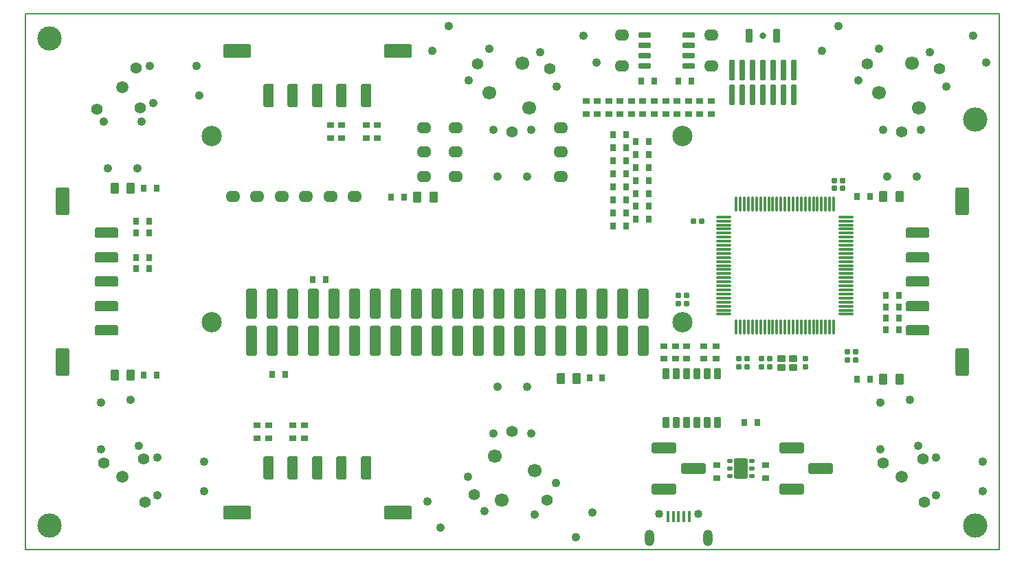
<source format=gbs>
G04*
G04 #@! TF.GenerationSoftware,Altium Limited,Altium Designer,19.0.10 (269)*
G04*
G04 Layer_Color=16711935*
%FSLAX44Y44*%
%MOMM*%
G71*
G01*
G75*
%ADD14C,0.2000*%
%ADD16C,1.7000*%
%ADD17C,1.4000*%
%ADD19C,1.5000*%
%ADD20C,0.8000*%
%ADD21O,1.2000X2.0000*%
%ADD22C,1.0160*%
%ADD23C,2.5000*%
%ADD24C,3.0000*%
%ADD29O,1.8000X1.4000*%
G04:AMPARAMS|DCode=43|XSize=1.1mm|YSize=1.35mm|CornerRadius=0.1375mm|HoleSize=0mm|Usage=FLASHONLY|Rotation=180.000|XOffset=0mm|YOffset=0mm|HoleType=Round|Shape=RoundedRectangle|*
%AMROUNDEDRECTD43*
21,1,1.1000,1.0750,0,0,180.0*
21,1,0.8250,1.3500,0,0,180.0*
1,1,0.2750,-0.4125,0.5375*
1,1,0.2750,0.4125,0.5375*
1,1,0.2750,0.4125,-0.5375*
1,1,0.2750,-0.4125,-0.5375*
%
%ADD43ROUNDEDRECTD43*%
G04:AMPARAMS|DCode=44|XSize=0.75mm|YSize=0.9mm|CornerRadius=0.0938mm|HoleSize=0mm|Usage=FLASHONLY|Rotation=180.000|XOffset=0mm|YOffset=0mm|HoleType=Round|Shape=RoundedRectangle|*
%AMROUNDEDRECTD44*
21,1,0.7500,0.7125,0,0,180.0*
21,1,0.5625,0.9000,0,0,180.0*
1,1,0.1875,-0.2813,0.3563*
1,1,0.1875,0.2813,0.3563*
1,1,0.1875,0.2813,-0.3563*
1,1,0.1875,-0.2813,-0.3563*
%
%ADD44ROUNDEDRECTD44*%
G04:AMPARAMS|DCode=45|XSize=0.8mm|YSize=1.3mm|CornerRadius=0.1mm|HoleSize=0mm|Usage=FLASHONLY|Rotation=0.000|XOffset=0mm|YOffset=0mm|HoleType=Round|Shape=RoundedRectangle|*
%AMROUNDEDRECTD45*
21,1,0.8000,1.1000,0,0,0.0*
21,1,0.6000,1.3000,0,0,0.0*
1,1,0.2000,0.3000,-0.5500*
1,1,0.2000,-0.3000,-0.5500*
1,1,0.2000,-0.3000,0.5500*
1,1,0.2000,0.3000,0.5500*
%
%ADD45ROUNDEDRECTD45*%
G04:AMPARAMS|DCode=46|XSize=0.6mm|YSize=0.6mm|CornerRadius=0.075mm|HoleSize=0mm|Usage=FLASHONLY|Rotation=0.000|XOffset=0mm|YOffset=0mm|HoleType=Round|Shape=RoundedRectangle|*
%AMROUNDEDRECTD46*
21,1,0.6000,0.4500,0,0,0.0*
21,1,0.4500,0.6000,0,0,0.0*
1,1,0.1500,0.2250,-0.2250*
1,1,0.1500,-0.2250,-0.2250*
1,1,0.1500,-0.2250,0.2250*
1,1,0.1500,0.2250,0.2250*
%
%ADD46ROUNDEDRECTD46*%
G04:AMPARAMS|DCode=47|XSize=0.8mm|YSize=1.7mm|CornerRadius=0.1mm|HoleSize=0mm|Usage=FLASHONLY|Rotation=0.000|XOffset=0mm|YOffset=0mm|HoleType=Round|Shape=RoundedRectangle|*
%AMROUNDEDRECTD47*
21,1,0.8000,1.5000,0,0,0.0*
21,1,0.6000,1.7000,0,0,0.0*
1,1,0.2000,0.3000,-0.7500*
1,1,0.2000,-0.3000,-0.7500*
1,1,0.2000,-0.3000,0.7500*
1,1,0.2000,0.3000,0.7500*
%
%ADD47ROUNDEDRECTD47*%
G04:AMPARAMS|DCode=48|XSize=0.6mm|YSize=2.5mm|CornerRadius=0.075mm|HoleSize=0mm|Usage=FLASHONLY|Rotation=180.000|XOffset=0mm|YOffset=0mm|HoleType=Round|Shape=RoundedRectangle|*
%AMROUNDEDRECTD48*
21,1,0.6000,2.3500,0,0,180.0*
21,1,0.4500,2.5000,0,0,180.0*
1,1,0.1500,-0.2250,1.1750*
1,1,0.1500,0.2250,1.1750*
1,1,0.1500,0.2250,-1.1750*
1,1,0.1500,-0.2250,-1.1750*
%
%ADD48ROUNDEDRECTD48*%
G04:AMPARAMS|DCode=49|XSize=2.92mm|YSize=1.27mm|CornerRadius=0.1588mm|HoleSize=0mm|Usage=FLASHONLY|Rotation=180.000|XOffset=0mm|YOffset=0mm|HoleType=Round|Shape=RoundedRectangle|*
%AMROUNDEDRECTD49*
21,1,2.9200,0.9525,0,0,180.0*
21,1,2.6025,1.2700,0,0,180.0*
1,1,0.3175,-1.3013,0.4763*
1,1,0.3175,1.3013,0.4763*
1,1,0.3175,1.3013,-0.4763*
1,1,0.3175,-1.3013,-0.4763*
%
%ADD49ROUNDEDRECTD49*%
G04:AMPARAMS|DCode=50|XSize=3.43mm|YSize=1.65mm|CornerRadius=0.2063mm|HoleSize=0mm|Usage=FLASHONLY|Rotation=270.000|XOffset=0mm|YOffset=0mm|HoleType=Round|Shape=RoundedRectangle|*
%AMROUNDEDRECTD50*
21,1,3.4300,1.2375,0,0,270.0*
21,1,3.0175,1.6500,0,0,270.0*
1,1,0.4125,-0.6188,-1.5088*
1,1,0.4125,-0.6188,1.5088*
1,1,0.4125,0.6188,1.5088*
1,1,0.4125,0.6188,-1.5088*
%
%ADD50ROUNDEDRECTD50*%
G04:AMPARAMS|DCode=51|XSize=0.75mm|YSize=0.9mm|CornerRadius=0.0938mm|HoleSize=0mm|Usage=FLASHONLY|Rotation=90.000|XOffset=0mm|YOffset=0mm|HoleType=Round|Shape=RoundedRectangle|*
%AMROUNDEDRECTD51*
21,1,0.7500,0.7125,0,0,90.0*
21,1,0.5625,0.9000,0,0,90.0*
1,1,0.1875,0.3563,0.2813*
1,1,0.1875,0.3563,-0.2813*
1,1,0.1875,-0.3563,-0.2813*
1,1,0.1875,-0.3563,0.2813*
%
%ADD51ROUNDEDRECTD51*%
G04:AMPARAMS|DCode=52|XSize=0.6mm|YSize=0.5mm|CornerRadius=0.0625mm|HoleSize=0mm|Usage=FLASHONLY|Rotation=180.000|XOffset=0mm|YOffset=0mm|HoleType=Round|Shape=RoundedRectangle|*
%AMROUNDEDRECTD52*
21,1,0.6000,0.3750,0,0,180.0*
21,1,0.4750,0.5000,0,0,180.0*
1,1,0.1250,-0.2375,0.1875*
1,1,0.1250,0.2375,0.1875*
1,1,0.1250,0.2375,-0.1875*
1,1,0.1250,-0.2375,-0.1875*
%
%ADD52ROUNDEDRECTD52*%
G04:AMPARAMS|DCode=53|XSize=1.75mm|YSize=2.5mm|CornerRadius=0.2188mm|HoleSize=0mm|Usage=FLASHONLY|Rotation=0.000|XOffset=0mm|YOffset=0mm|HoleType=Round|Shape=RoundedRectangle|*
%AMROUNDEDRECTD53*
21,1,1.7500,2.0625,0,0,0.0*
21,1,1.3125,2.5000,0,0,0.0*
1,1,0.4375,0.6563,-1.0313*
1,1,0.4375,-0.6563,-1.0313*
1,1,0.4375,-0.6563,1.0313*
1,1,0.4375,0.6563,1.0313*
%
%ADD53ROUNDEDRECTD53*%
G04:AMPARAMS|DCode=54|XSize=1.3mm|YSize=3mm|CornerRadius=0.1625mm|HoleSize=0mm|Usage=FLASHONLY|Rotation=270.000|XOffset=0mm|YOffset=0mm|HoleType=Round|Shape=RoundedRectangle|*
%AMROUNDEDRECTD54*
21,1,1.3000,2.6750,0,0,270.0*
21,1,0.9750,3.0000,0,0,270.0*
1,1,0.3250,-1.3375,-0.4875*
1,1,0.3250,-1.3375,0.4875*
1,1,0.3250,1.3375,0.4875*
1,1,0.3250,1.3375,-0.4875*
%
%ADD54ROUNDEDRECTD54*%
G04:AMPARAMS|DCode=55|XSize=1.35mm|YSize=0.4mm|CornerRadius=0.05mm|HoleSize=0mm|Usage=FLASHONLY|Rotation=270.000|XOffset=0mm|YOffset=0mm|HoleType=Round|Shape=RoundedRectangle|*
%AMROUNDEDRECTD55*
21,1,1.3500,0.3000,0,0,270.0*
21,1,1.2500,0.4000,0,0,270.0*
1,1,0.1000,-0.1500,-0.6250*
1,1,0.1000,-0.1500,0.6250*
1,1,0.1000,0.1500,0.6250*
1,1,0.1000,0.1500,-0.6250*
%
%ADD55ROUNDEDRECTD55*%
G04:AMPARAMS|DCode=56|XSize=0.6mm|YSize=1.45mm|CornerRadius=0.075mm|HoleSize=0mm|Usage=FLASHONLY|Rotation=90.000|XOffset=0mm|YOffset=0mm|HoleType=Round|Shape=RoundedRectangle|*
%AMROUNDEDRECTD56*
21,1,0.6000,1.3000,0,0,90.0*
21,1,0.4500,1.4500,0,0,90.0*
1,1,0.1500,0.6500,0.2250*
1,1,0.1500,0.6500,-0.2250*
1,1,0.1500,-0.6500,-0.2250*
1,1,0.1500,-0.6500,0.2250*
%
%ADD56ROUNDEDRECTD56*%
G04:AMPARAMS|DCode=57|XSize=0.6mm|YSize=0.6mm|CornerRadius=0.075mm|HoleSize=0mm|Usage=FLASHONLY|Rotation=270.000|XOffset=0mm|YOffset=0mm|HoleType=Round|Shape=RoundedRectangle|*
%AMROUNDEDRECTD57*
21,1,0.6000,0.4500,0,0,270.0*
21,1,0.4500,0.6000,0,0,270.0*
1,1,0.1500,-0.2250,-0.2250*
1,1,0.1500,-0.2250,0.2250*
1,1,0.1500,0.2250,0.2250*
1,1,0.1500,0.2250,-0.2250*
%
%ADD57ROUNDEDRECTD57*%
G04:AMPARAMS|DCode=58|XSize=0.95mm|YSize=0.85mm|CornerRadius=0.1063mm|HoleSize=0mm|Usage=FLASHONLY|Rotation=0.000|XOffset=0mm|YOffset=0mm|HoleType=Round|Shape=RoundedRectangle|*
%AMROUNDEDRECTD58*
21,1,0.9500,0.6375,0,0,0.0*
21,1,0.7375,0.8500,0,0,0.0*
1,1,0.2125,0.3688,-0.3188*
1,1,0.2125,-0.3688,-0.3188*
1,1,0.2125,-0.3688,0.3188*
1,1,0.2125,0.3688,0.3188*
%
%ADD58ROUNDEDRECTD58*%
G04:AMPARAMS|DCode=59|XSize=1.3mm|YSize=3.7mm|CornerRadius=0.1625mm|HoleSize=0mm|Usage=FLASHONLY|Rotation=180.000|XOffset=0mm|YOffset=0mm|HoleType=Round|Shape=RoundedRectangle|*
%AMROUNDEDRECTD59*
21,1,1.3000,3.3750,0,0,180.0*
21,1,0.9750,3.7000,0,0,180.0*
1,1,0.3250,-0.4875,1.6875*
1,1,0.3250,0.4875,1.6875*
1,1,0.3250,0.4875,-1.6875*
1,1,0.3250,-0.4875,-1.6875*
%
%ADD59ROUNDEDRECTD59*%
G04:AMPARAMS|DCode=60|XSize=2.92mm|YSize=1.27mm|CornerRadius=0.1588mm|HoleSize=0mm|Usage=FLASHONLY|Rotation=270.000|XOffset=0mm|YOffset=0mm|HoleType=Round|Shape=RoundedRectangle|*
%AMROUNDEDRECTD60*
21,1,2.9200,0.9525,0,0,270.0*
21,1,2.6025,1.2700,0,0,270.0*
1,1,0.3175,-0.4763,-1.3013*
1,1,0.3175,-0.4763,1.3013*
1,1,0.3175,0.4763,1.3013*
1,1,0.3175,0.4763,-1.3013*
%
%ADD60ROUNDEDRECTD60*%
G04:AMPARAMS|DCode=61|XSize=3.43mm|YSize=1.65mm|CornerRadius=0.2063mm|HoleSize=0mm|Usage=FLASHONLY|Rotation=0.000|XOffset=0mm|YOffset=0mm|HoleType=Round|Shape=RoundedRectangle|*
%AMROUNDEDRECTD61*
21,1,3.4300,1.2375,0,0,0.0*
21,1,3.0175,1.6500,0,0,0.0*
1,1,0.4125,1.5088,-0.6188*
1,1,0.4125,-1.5088,-0.6188*
1,1,0.4125,-1.5088,0.6188*
1,1,0.4125,1.5088,0.6188*
%
%ADD61ROUNDEDRECTD61*%
G04:AMPARAMS|DCode=62|XSize=0.3mm|YSize=1.8mm|CornerRadius=0.0375mm|HoleSize=0mm|Usage=FLASHONLY|Rotation=0.000|XOffset=0mm|YOffset=0mm|HoleType=Round|Shape=RoundedRectangle|*
%AMROUNDEDRECTD62*
21,1,0.3000,1.7250,0,0,0.0*
21,1,0.2250,1.8000,0,0,0.0*
1,1,0.0750,0.1125,-0.8625*
1,1,0.0750,-0.1125,-0.8625*
1,1,0.0750,-0.1125,0.8625*
1,1,0.0750,0.1125,0.8625*
%
%ADD62ROUNDEDRECTD62*%
G04:AMPARAMS|DCode=63|XSize=0.3mm|YSize=1.8mm|CornerRadius=0.0375mm|HoleSize=0mm|Usage=FLASHONLY|Rotation=90.000|XOffset=0mm|YOffset=0mm|HoleType=Round|Shape=RoundedRectangle|*
%AMROUNDEDRECTD63*
21,1,0.3000,1.7250,0,0,90.0*
21,1,0.2250,1.8000,0,0,90.0*
1,1,0.0750,0.8625,0.1125*
1,1,0.0750,0.8625,-0.1125*
1,1,0.0750,-0.8625,-0.1125*
1,1,0.0750,-0.8625,0.1125*
%
%ADD63ROUNDEDRECTD63*%
%ADD65C,1.0800*%
D14*
X762500Y-250D02*
X767500D01*
X842500D02*
X847750D01*
X0Y0D02*
Y660000D01*
X1200000D01*
X1200000Y0D01*
X0D02*
X1200000D01*
D16*
X587310Y60620D02*
D03*
X628060Y97330D02*
D03*
X578950Y115410D02*
D03*
X1092690Y599380D02*
D03*
X1051940Y562670D02*
D03*
X1101050Y544590D02*
D03*
X612690Y599380D02*
D03*
X571940Y562670D02*
D03*
X621050Y544590D02*
D03*
D17*
X600000Y145230D02*
D03*
X553440Y67290D02*
D03*
X642950Y61030D02*
D03*
X1056560Y106370D02*
D03*
X1107580Y58180D02*
D03*
X1105960Y112070D02*
D03*
X1080000Y514770D02*
D03*
X1126560Y592710D02*
D03*
X1037050Y598970D02*
D03*
X600000Y514770D02*
D03*
X646560Y592710D02*
D03*
X557050Y598970D02*
D03*
X96560Y106370D02*
D03*
X147580Y58180D02*
D03*
X145960Y112070D02*
D03*
X136370Y593440D02*
D03*
X88180Y542422D02*
D03*
X142070Y544040D02*
D03*
D19*
X1080000Y90000D02*
D03*
X120000D02*
D03*
Y570000D02*
D03*
D20*
X909000Y633000D02*
D03*
D21*
X769000Y14250D02*
D03*
X841000D02*
D03*
D22*
X780750Y44250D02*
D03*
X829250D02*
D03*
D23*
X810000Y510000D02*
D03*
X230000Y510000D02*
D03*
X810000Y280000D02*
D03*
X230000D02*
D03*
D24*
X1170000Y30000D02*
D03*
Y530000D02*
D03*
X30000Y30000D02*
D03*
Y630000D02*
D03*
D29*
X735362Y595986D02*
D03*
Y633936D02*
D03*
X845362Y633736D02*
D03*
X660000Y520000D02*
D03*
Y460001D02*
D03*
X659700Y490000D02*
D03*
X530000Y460000D02*
D03*
Y490000D02*
D03*
Y520128D02*
D03*
X491000Y460001D02*
D03*
Y490000D02*
D03*
Y520000D02*
D03*
X375846Y434919D02*
D03*
X405846D02*
D03*
X345846Y434878D02*
D03*
X285849Y434919D02*
D03*
X315846D02*
D03*
X255927D02*
D03*
X845362Y595986D02*
D03*
D43*
X502999Y434001D02*
D03*
X482999D02*
D03*
X659401Y210999D02*
D03*
X679401D02*
D03*
X1077000Y435001D02*
D03*
X1057000D02*
D03*
X1076999Y209999D02*
D03*
X1056999D02*
D03*
X110001Y444999D02*
D03*
X130001D02*
D03*
X110001Y214999D02*
D03*
X130001Y214999D02*
D03*
D44*
X451000Y434000D02*
D03*
X467000D02*
D03*
X1025000Y210000D02*
D03*
X1041000D02*
D03*
X724000Y511000D02*
D03*
X740000D02*
D03*
Y495000D02*
D03*
X724000D02*
D03*
Y479000D02*
D03*
X740000D02*
D03*
X724000Y463000D02*
D03*
X740000D02*
D03*
Y446920D02*
D03*
X724000D02*
D03*
Y431000D02*
D03*
X740000D02*
D03*
X724000Y415000D02*
D03*
X740000D02*
D03*
Y399000D02*
D03*
X724000D02*
D03*
X752000Y503000D02*
D03*
X768000D02*
D03*
X752000Y487000D02*
D03*
X768000D02*
D03*
Y471000D02*
D03*
X752000D02*
D03*
Y455000D02*
D03*
X768000D02*
D03*
X752000Y438919D02*
D03*
X768000D02*
D03*
Y423000D02*
D03*
X752000D02*
D03*
X711000Y211270D02*
D03*
X695000D02*
D03*
X1025000Y435000D02*
D03*
X1041000D02*
D03*
X752000Y407000D02*
D03*
X768000D02*
D03*
X1076000Y313000D02*
D03*
X1060000D02*
D03*
X1076000Y285000D02*
D03*
X1060000D02*
D03*
X1076000Y271000D02*
D03*
X1060000D02*
D03*
X1076000Y299000D02*
D03*
X1060000D02*
D03*
X137000Y346000D02*
D03*
X153000D02*
D03*
X137000Y404303D02*
D03*
X153000D02*
D03*
X902001Y157000D02*
D03*
X886001D02*
D03*
X146000Y215000D02*
D03*
X162000D02*
D03*
X146243Y444999D02*
D03*
X162243D02*
D03*
X759000Y576986D02*
D03*
X775000D02*
D03*
X821000Y577002D02*
D03*
X805000D02*
D03*
X136997Y360000D02*
D03*
X152997D02*
D03*
X354000Y333000D02*
D03*
X370000D02*
D03*
X320000Y216000D02*
D03*
X304000D02*
D03*
X137000Y390081D02*
D03*
X153000D02*
D03*
D45*
X827350Y217000D02*
D03*
X814650D02*
D03*
Y157000D02*
D03*
X827350D02*
D03*
X801950D02*
D03*
X789250D02*
D03*
Y217000D02*
D03*
X801950D02*
D03*
X852750Y157000D02*
D03*
X840050D02*
D03*
Y217000D02*
D03*
X852750D02*
D03*
D46*
X815000Y302860D02*
D03*
X805000Y302860D02*
D03*
X815000Y313000D02*
D03*
X805000Y313000D02*
D03*
X833000Y405000D02*
D03*
X823001Y405000D02*
D03*
D47*
X926000Y633000D02*
D03*
X892000D02*
D03*
D48*
X909000Y560760D02*
D03*
X896300D02*
D03*
X947100D02*
D03*
X934400D02*
D03*
X921700D02*
D03*
Y591240D02*
D03*
X934400D02*
D03*
X947100D02*
D03*
X896300D02*
D03*
X909000D02*
D03*
X883600Y560760D02*
D03*
X870900D02*
D03*
X883600Y591240D02*
D03*
X870900D02*
D03*
D49*
X1099650Y270000D02*
D03*
Y300000D02*
D03*
Y330000D02*
D03*
Y360000D02*
D03*
Y390000D02*
D03*
X100350D02*
D03*
Y360000D02*
D03*
Y330000D02*
D03*
Y300000D02*
D03*
Y270000D02*
D03*
D50*
X1154350Y231150D02*
D03*
Y428850D02*
D03*
X45650D02*
D03*
Y231150D02*
D03*
D51*
X831000Y553000D02*
D03*
Y537000D02*
D03*
X912000Y88000D02*
D03*
Y104000D02*
D03*
X852000Y88000D02*
D03*
Y104000D02*
D03*
X817000Y537000D02*
D03*
Y553000D02*
D03*
X845000Y537000D02*
D03*
Y553000D02*
D03*
X803000Y537000D02*
D03*
Y553000D02*
D03*
X719000Y537000D02*
D03*
Y553000D02*
D03*
X705000Y537000D02*
D03*
Y553000D02*
D03*
X789000Y537000D02*
D03*
Y553000D02*
D03*
X691000Y537000D02*
D03*
Y553000D02*
D03*
X775000Y537000D02*
D03*
Y553000D02*
D03*
X376000Y523000D02*
D03*
Y507000D02*
D03*
X344000Y137000D02*
D03*
Y153000D02*
D03*
X434000Y523000D02*
D03*
Y507000D02*
D03*
X286000Y137000D02*
D03*
Y153000D02*
D03*
X761000Y537000D02*
D03*
Y553000D02*
D03*
X747000Y537000D02*
D03*
Y553000D02*
D03*
X733000Y537000D02*
D03*
Y553000D02*
D03*
X851000Y235000D02*
D03*
Y251000D02*
D03*
X836000Y235000D02*
D03*
Y251000D02*
D03*
X815000Y235000D02*
D03*
Y251000D02*
D03*
X801000Y235000D02*
D03*
Y251000D02*
D03*
X787000Y235000D02*
D03*
Y251000D02*
D03*
X390000Y523000D02*
D03*
Y507000D02*
D03*
X420000Y523000D02*
D03*
Y507000D02*
D03*
X300000Y137000D02*
D03*
Y153000D02*
D03*
X330000Y137000D02*
D03*
Y153000D02*
D03*
D52*
X895500Y109512D02*
D03*
Y100012D02*
D03*
Y90512D02*
D03*
X868500D02*
D03*
Y100012D02*
D03*
Y109512D02*
D03*
D53*
X882000Y100012D02*
D03*
D54*
X944000Y125400D02*
D03*
Y74600D02*
D03*
X980000Y100000D02*
D03*
X787000Y125412D02*
D03*
Y74612D02*
D03*
X823000Y100012D02*
D03*
D55*
X805000Y41000D02*
D03*
X798500D02*
D03*
X792000D02*
D03*
X811500D02*
D03*
X818000D02*
D03*
D56*
X817250Y634050D02*
D03*
Y621350D02*
D03*
Y608650D02*
D03*
Y595950D02*
D03*
X762750Y634050D02*
D03*
Y621350D02*
D03*
Y608650D02*
D03*
Y595950D02*
D03*
D57*
X1007000Y455000D02*
D03*
X1007000Y445000D02*
D03*
X961000Y235000D02*
D03*
X961000Y225000D02*
D03*
X917000Y235000D02*
D03*
X917000Y225000D02*
D03*
X907000D02*
D03*
X907000Y235000D02*
D03*
X1023000Y234001D02*
D03*
X1023000Y243996D02*
D03*
X1013000Y234000D02*
D03*
X1013000Y244000D02*
D03*
X997000Y455000D02*
D03*
X997000Y445000D02*
D03*
X889001Y225000D02*
D03*
X889001Y235000D02*
D03*
X879000Y225000D02*
D03*
X879000Y235000D02*
D03*
D58*
X931750Y235750D02*
D03*
X946250Y224250D02*
D03*
X931750D02*
D03*
X946250Y235750D02*
D03*
D59*
X685100Y257140D02*
D03*
X710500Y257140D02*
D03*
X761300Y257140D02*
D03*
X735900Y257140D02*
D03*
X685100Y302860D02*
D03*
X710500Y302860D02*
D03*
X761300Y302860D02*
D03*
X735900Y302860D02*
D03*
X481900Y257140D02*
D03*
X507300D02*
D03*
X456500Y257140D02*
D03*
X431100Y257140D02*
D03*
X354900Y257140D02*
D03*
X380300D02*
D03*
X278700Y257140D02*
D03*
X304100Y257140D02*
D03*
X329500Y257140D02*
D03*
X405700Y257140D02*
D03*
X634300Y302860D02*
D03*
X659700Y302860D02*
D03*
X608900Y302860D02*
D03*
X583500D02*
D03*
X532700Y302860D02*
D03*
X558100Y302860D02*
D03*
X405700Y302860D02*
D03*
X329500D02*
D03*
X304100Y302860D02*
D03*
X278700Y302860D02*
D03*
X380300Y302860D02*
D03*
X354900D02*
D03*
X431100Y302860D02*
D03*
X456500Y302860D02*
D03*
X507300D02*
D03*
X481900Y302860D02*
D03*
X634300Y257140D02*
D03*
X659700D02*
D03*
X608900Y257140D02*
D03*
X583500D02*
D03*
X532700D02*
D03*
X558100Y257140D02*
D03*
D60*
X420000Y559650D02*
D03*
X390000D02*
D03*
X360000D02*
D03*
X330000D02*
D03*
X300000D02*
D03*
Y100350D02*
D03*
X330000D02*
D03*
X360000D02*
D03*
X390000D02*
D03*
X420000D02*
D03*
D61*
X458850Y614350D02*
D03*
X261150D02*
D03*
Y45650D02*
D03*
X458850D02*
D03*
D62*
X996000Y274500D02*
D03*
X991000D02*
D03*
X986000D02*
D03*
X981000D02*
D03*
X976000D02*
D03*
X971000D02*
D03*
X966000D02*
D03*
X961000D02*
D03*
X956000D02*
D03*
X951000D02*
D03*
X946000D02*
D03*
X941000D02*
D03*
X936000D02*
D03*
X931000Y274500D02*
D03*
X926000Y274500D02*
D03*
X921000Y274500D02*
D03*
X916000Y274500D02*
D03*
X911000Y274500D02*
D03*
X906000Y274500D02*
D03*
X901000Y274500D02*
D03*
X896000Y274500D02*
D03*
X891000Y274500D02*
D03*
X886000Y274500D02*
D03*
X881000Y274500D02*
D03*
X876000Y274500D02*
D03*
X876000Y425500D02*
D03*
X881000D02*
D03*
X886000D02*
D03*
X891000D02*
D03*
X896000D02*
D03*
X901000D02*
D03*
X906000D02*
D03*
X911000D02*
D03*
X916000D02*
D03*
X921000D02*
D03*
X926000D02*
D03*
X931000D02*
D03*
X936000D02*
D03*
X941000Y425500D02*
D03*
X946000Y425500D02*
D03*
X951000Y425500D02*
D03*
X956000Y425500D02*
D03*
X961000Y425500D02*
D03*
X966000Y425500D02*
D03*
X971000Y425500D02*
D03*
X976000Y425500D02*
D03*
X981000D02*
D03*
X986000Y425500D02*
D03*
X991000Y425500D02*
D03*
X996000Y425500D02*
D03*
D63*
X860500Y290000D02*
D03*
Y295000D02*
D03*
Y300000D02*
D03*
Y305000D02*
D03*
Y310000D02*
D03*
Y315000D02*
D03*
Y320000D02*
D03*
Y325000D02*
D03*
Y330000D02*
D03*
Y335000D02*
D03*
Y340000D02*
D03*
Y345000D02*
D03*
Y350000D02*
D03*
X860500Y355000D02*
D03*
X860500Y360000D02*
D03*
X860500Y365000D02*
D03*
X860500Y370000D02*
D03*
X860500Y375000D02*
D03*
X860500Y380000D02*
D03*
X860500Y385000D02*
D03*
X860500Y390000D02*
D03*
X860500Y395000D02*
D03*
X860500Y400000D02*
D03*
X860500Y405000D02*
D03*
X860500Y410000D02*
D03*
X1011500Y410000D02*
D03*
Y405000D02*
D03*
Y400000D02*
D03*
Y395000D02*
D03*
Y390000D02*
D03*
Y385000D02*
D03*
Y380000D02*
D03*
Y375000D02*
D03*
Y370000D02*
D03*
Y365000D02*
D03*
Y360000D02*
D03*
Y355000D02*
D03*
Y350000D02*
D03*
X1011500Y345000D02*
D03*
X1011500Y340000D02*
D03*
X1011500Y335000D02*
D03*
X1011500Y330000D02*
D03*
X1011500Y325000D02*
D03*
X1011500Y320000D02*
D03*
X1011500Y315000D02*
D03*
X1011500Y310000D02*
D03*
Y305000D02*
D03*
X1011500Y300000D02*
D03*
X1011500Y295000D02*
D03*
X1011500Y290000D02*
D03*
D65*
X618200Y200310D02*
D03*
X581800D02*
D03*
X576700Y142730D02*
D03*
X623300D02*
D03*
X545470Y89330D02*
D03*
X495960Y59510D02*
D03*
X511920Y26790D02*
D03*
X565900Y47450D02*
D03*
X627840Y43110D02*
D03*
X653900Y81750D02*
D03*
X678430Y15150D02*
D03*
X698780Y45320D02*
D03*
X1090000Y184560D02*
D03*
X1053730Y181390D02*
D03*
X1100090Y127650D02*
D03*
X1053670Y123590D02*
D03*
X1122420Y113300D02*
D03*
X1180000Y108200D02*
D03*
Y71800D02*
D03*
X1122420Y66700D02*
D03*
X1061800Y459690D02*
D03*
X1098200D02*
D03*
X1103300Y517270D02*
D03*
X1056700D02*
D03*
X1134530Y570670D02*
D03*
X1184040Y600490D02*
D03*
X1168080Y633210D02*
D03*
X1114100Y612550D02*
D03*
X1052160Y616890D02*
D03*
X1026100Y578250D02*
D03*
X1001570Y644850D02*
D03*
X981220Y614680D02*
D03*
X581800Y459690D02*
D03*
X618200D02*
D03*
X623300Y517270D02*
D03*
X576700D02*
D03*
X654530Y570670D02*
D03*
X704040Y600490D02*
D03*
X688080Y633210D02*
D03*
X634100Y612550D02*
D03*
X572160Y616890D02*
D03*
X546100Y578250D02*
D03*
X521570Y644850D02*
D03*
X501220Y614680D02*
D03*
X130000Y184560D02*
D03*
X93730Y181390D02*
D03*
X140090Y127650D02*
D03*
X93670Y123590D02*
D03*
X162420Y113300D02*
D03*
X220000Y108200D02*
D03*
Y71800D02*
D03*
X162420Y66700D02*
D03*
X214562Y560000D02*
D03*
X211389Y596270D02*
D03*
X157650Y549910D02*
D03*
X153590Y596330D02*
D03*
X143300Y527580D02*
D03*
X138200Y469999D02*
D03*
X101801Y470000D02*
D03*
X96701Y527580D02*
D03*
M02*

</source>
